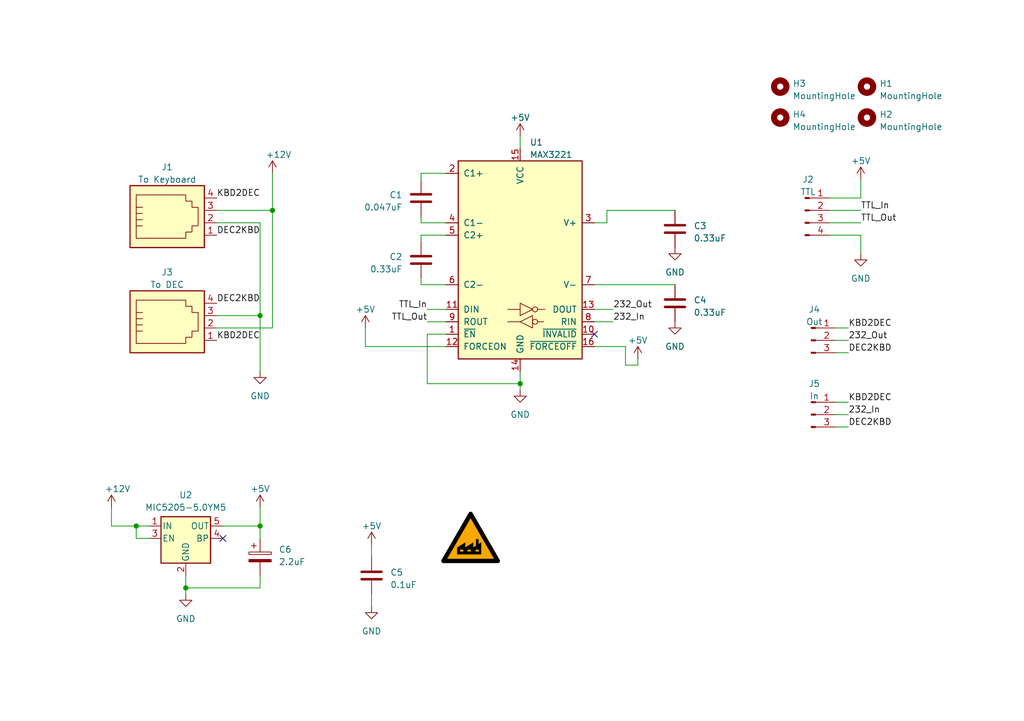
<source format=kicad_sch>
(kicad_sch (version 20230121) (generator eeschema)
  (paper "A5")
  (title_block (title "lk201 keyboard interface breakout") (company "wlcx industries"))
  (lib_symbols
    (symbol "Connector:Conn_01x03_Pin" (pin_names (offset 1.016) hide)
      (property "Reference" "J" (at 0 5.08 0))
      (property "Value" "Conn_01x03_Pin" (at 0 -5.08 0))
      (symbol "Conn_01x03_Pin_1_1"
        (polyline (pts (xy 1.27 -2.54) (xy 0.8636 -2.54)) (stroke (width 0.1524)))
        (polyline (pts (xy 1.27 0) (xy 0.8636 0)) (stroke (width 0.1524)))
        (polyline (pts (xy 1.27 2.54) (xy 0.8636 2.54)) (stroke (width 0.1524)))
        (rectangle (start 0.8636 -2.413) (end 0 -2.667) (stroke (width 0.1524)) (fill (type outline)))
        (rectangle (start 0.8636 0.127) (end 0 -0.127) (stroke (width 0.1524)) (fill (type outline)))
        (rectangle (start 0.8636 2.667) (end 0 2.413) (stroke (width 0.1524)) (fill (type outline)))
        (pin passive line (at 5.08 2.54 180) (length 3.81) (name "Pin_1") (number "1"))
        (pin passive line (at 5.08 0 180) (length 3.81) (name "Pin_2") (number "2"))
        (pin passive line (at 5.08 -2.54 180) (length 3.81) (name "Pin_3") (number "3"))
      )
    )
    (symbol "Connector:Conn_01x04_Pin" (pin_names (offset 1.016) hide)
      (property "Reference" "J" (at 0 5.08 0))
      (property "Value" "Conn_01x04_Pin" (at 0 -7.62 0))
      (symbol "Conn_01x04_Pin_1_1"
        (polyline (pts (xy 1.27 -5.08) (xy 0.8636 -5.08)) (stroke (width 0.1524)))
        (polyline (pts (xy 1.27 -2.54) (xy 0.8636 -2.54)) (stroke (width 0.1524)))
        (polyline (pts (xy 1.27 0) (xy 0.8636 0)) (stroke (width 0.1524)))
        (polyline (pts (xy 1.27 2.54) (xy 0.8636 2.54)) (stroke (width 0.1524)))
        (rectangle (start 0.8636 -4.953) (end 0 -5.207) (stroke (width 0.1524)) (fill (type outline)))
        (rectangle (start 0.8636 -2.413) (end 0 -2.667) (stroke (width 0.1524)) (fill (type outline)))
        (rectangle (start 0.8636 0.127) (end 0 -0.127) (stroke (width 0.1524)) (fill (type outline)))
        (rectangle (start 0.8636 2.667) (end 0 2.413) (stroke (width 0.1524)) (fill (type outline)))
        (pin passive line (at 5.08 2.54 180) (length 3.81) (name "Pin_1") (number "1"))
        (pin passive line (at 5.08 0 180) (length 3.81) (name "Pin_2") (number "2"))
        (pin passive line (at 5.08 -2.54 180) (length 3.81) (name "Pin_3") (number "3"))
        (pin passive line (at 5.08 -5.08 180) (length 3.81) (name "Pin_4") (number "4"))
      )
    )
    (symbol "Connector:RJ10" (pin_names (offset 1.016))
      (property "Reference" "J" (at -5.08 8.89 0))
      (property "Value" "RJ10" (at 2.54 8.89 0))
      (symbol "RJ10_0_1"
        (polyline (pts (xy -6.35 -0.635) (xy -5.08 -0.635) (xy -5.08 -0.635)))
        (polyline (pts (xy -6.35 0.635) (xy -5.08 0.635) (xy -5.08 0.635)))
        (polyline (pts (xy -6.35 1.905) (xy -5.08 1.905) (xy -5.08 1.905)))
        (polyline (pts (xy -6.35 3.175) (xy -5.08 3.175) (xy -5.08 3.175)))
        (polyline (pts (xy -6.35 -3.175) (xy -6.35 5.715) (xy -1.27 5.715) (xy 3.81 5.715) (xy 3.81 4.445) (xy 5.08 4.445) (xy 5.08 3.175) (xy 6.35 3.175) (xy 6.35 -0.635) (xy 5.08 -0.635) (xy 5.08 -1.905) (xy 3.81 -1.905) (xy 3.81 -3.175) (xy -6.35 -3.175) (xy -6.35 -3.175)))
        (rectangle (start 7.62 7.62) (end -7.62 -5.08) (stroke (width 0.254)) (fill (type background)))
      )
      (symbol "RJ10_1_1"
        (pin passive line (at 10.16 -2.54 180) (length 2.54) (name "~") (number "1"))
        (pin passive line (at 10.16 0 180) (length 2.54) (name "~") (number "2"))
        (pin passive line (at 10.16 2.54 180) (length 2.54) (name "~") (number "3"))
        (pin passive line (at 10.16 5.08 180) (length 2.54) (name "~") (number "4"))
      )
    )
    (symbol "Device:C" (pin_numbers hide) (pin_names (offset 0.254))
      (property "Reference" "C" (at 0.635 2.54 0))
      (property "Value" "C" (at 0.635 -2.54 0))
      (symbol "C_0_1"
        (polyline (pts (xy -2.032 -0.762) (xy 2.032 -0.762)) (stroke (width 0.508)))
        (polyline (pts (xy -2.032 0.762) (xy 2.032 0.762)) (stroke (width 0.508)))
      )
      (symbol "C_1_1"
        (pin passive line (at 0 3.81 270) (length 2.794) (name "~") (number "1"))
        (pin passive line (at 0 -3.81 90) (length 2.794) (name "~") (number "2"))
      )
    )
    (symbol "Device:C_Polarized" (pin_numbers hide) (pin_names (offset 0.254))
      (property "Reference" "C" (at 0.635 2.54 0))
      (property "Value" "C_Polarized" (at 0.635 -2.54 0))
      (symbol "C_Polarized_0_1"
        (rectangle (start -2.286 0.508) (end 2.286 1.016))
        (polyline (pts (xy -1.778 2.286) (xy -0.762 2.286)))
        (polyline (pts (xy -1.27 2.794) (xy -1.27 1.778)))
        (rectangle (start 2.286 -0.508) (end -2.286 -1.016) (fill (type outline)))
      )
      (symbol "C_Polarized_1_1"
        (pin passive line (at 0 3.81 270) (length 2.794) (name "~") (number "1"))
        (pin passive line (at 0 -3.81 90) (length 2.794) (name "~") (number "2"))
      )
    )
    (symbol "Interface_UART:MAX3221" (pin_names (offset 1.016))
      (property "Reference" "U" (at -10.16 21.59 0))
      (property "Value" "MAX3221" (at 12.7 21.59 0))
      (symbol "MAX3221_0_1"
        (rectangle (start -12.7 -20.32) (end 12.7 20.32) (stroke (width 0.254)) (fill (type background)))
        (polyline (pts (xy -2.54 -12.7) (xy 0 -12.7) (xy 0 -12.7)))
        (polyline (pts (xy -2.54 -10.16) (xy 0 -10.16) (xy 0 -10.16)))
        (polyline (pts (xy 3.556 -12.7) (xy 4.826 -12.7) (xy 4.826 -12.7)))
        (polyline (pts (xy 3.556 -10.16) (xy 5.08 -10.16) (xy 5.08 -10.16)))
        (polyline (pts (xy 2.54 -11.43) (xy 2.54 -13.97) (xy 0 -12.7) (xy 2.54 -11.43) (xy 2.54 -11.43)))
        (polyline (pts (xy 0 -11.43) (xy 0 -8.89) (xy 2.54 -10.16) (xy 0 -11.43) (xy 0 -11.43) (xy 0 -11.43)))
        (circle (center 3.048 -12.7) (radius 0.508))
        (circle (center 3.048 -10.16) (radius 0.508))
      )
      (symbol "MAX3221_1_1"
        (pin input line (at -15.24 -15.24 0) (length 2.54) (name "~{EN}") (number "1"))
        (pin output line (at 15.24 -15.24 180) (length 2.54) (name "~{INVALID}") (number "10"))
        (pin input line (at -15.24 -10.16 0) (length 2.54) (name "DIN") (number "11"))
        (pin input line (at -15.24 -17.78 0) (length 2.54) (name "FORCEON") (number "12"))
        (pin output line (at 15.24 -10.16 180) (length 2.54) (name "DOUT") (number "13"))
        (pin power_in line (at 0 -22.86 90) (length 2.54) (name "GND") (number "14"))
        (pin power_in line (at 0 22.86 270) (length 2.54) (name "VCC") (number "15"))
        (pin input line (at 15.24 -17.78 180) (length 2.54) (name "~{FORCEOFF}") (number "16"))
        (pin passive line (at -15.24 17.78 0) (length 2.54) (name "C1+") (number "2"))
        (pin power_out line (at 15.24 7.62 180) (length 2.54) (name "V+") (number "3"))
        (pin passive line (at -15.24 7.62 0) (length 2.54) (name "C1-") (number "4"))
        (pin passive line (at -15.24 5.08 0) (length 2.54) (name "C2+") (number "5"))
        (pin passive line (at -15.24 -5.08 0) (length 2.54) (name "C2-") (number "6"))
        (pin power_out line (at 15.24 -5.08 180) (length 2.54) (name "V-") (number "7"))
        (pin input line (at 15.24 -12.7 180) (length 2.54) (name "RIN") (number "8"))
        (pin output line (at -15.24 -12.7 0) (length 2.54) (name "ROUT") (number "9"))
      )
    )
    (symbol "Mechanical:MountingHole" (pin_names (offset 1.016))
      (property "Reference" "H" (at 0 5.08 0))
      (property "Value" "MountingHole" (at 0 3.175 0))
      (symbol "MountingHole_0_1"
        (circle (center 0 0) (radius 1.27) (stroke (width 1.27)))
      )
    )
    (symbol "Regulator_Linear:MIC5205-5.0YM5" (pin_names (offset 0.254))
      (property "Reference" "U" (at -3.81 5.715 0))
      (property "Value" "MIC5205-5.0YM5" (at 0 5.715 0))
      (symbol "MIC5205-5.0YM5_0_1"
        (rectangle (start -5.08 4.445) (end 5.08 -5.08) (stroke (width 0.254)) (fill (type background)))
      )
      (symbol "MIC5205-5.0YM5_1_1"
        (pin power_in line (at -7.62 2.54 0) (length 2.54) (name "IN") (number "1"))
        (pin power_in line (at 0 -7.62 90) (length 2.54) (name "GND") (number "2"))
        (pin input line (at -7.62 0 0) (length 2.54) (name "EN") (number "3"))
        (pin input line (at 7.62 0 180) (length 2.54) (name "BP") (number "4"))
        (pin power_out line (at 7.62 2.54 180) (length 2.54) (name "OUT") (number "5"))
      )
    )
    (symbol "power:+12V" (power) (pin_names (offset 0))
      (property "Value" "+12V" (at 0 3.556 0))
      (symbol "+12V_0_1"
        (polyline (pts (xy -0.762 1.27) (xy 0 2.54)))
        (polyline (pts (xy 0 0) (xy 0 2.54)))
        (polyline (pts (xy 0 2.54) (xy 0.762 1.27)))
      )
      (symbol "+12V_1_1"
        (pin power_in line (at 0 0 90) (length 0) hide (name "+12V") (number "1"))
      )
    )
    (symbol "power:+5V" (power) (pin_names (offset 0))
      (property "Value" "+5V" (at 0 3.556 0))
      (symbol "+5V_0_1"
        (polyline (pts (xy -0.762 1.27) (xy 0 2.54)))
        (polyline (pts (xy 0 0) (xy 0 2.54)))
        (polyline (pts (xy 0 2.54) (xy 0.762 1.27)))
      )
      (symbol "+5V_1_1"
        (pin power_in line (at 0 0 90) (length 0) hide (name "+5V") (number "1"))
      )
    )
    (symbol "power:GND" (power) (pin_names (offset 0))
      (property "Value" "GND" (at 0 -3.81 0))
      (symbol "GND_0_1"
        (polyline (pts (xy 0 0) (xy 0 -1.27) (xy 1.27 -1.27) (xy 0 -2.54) (xy -1.27 -1.27) (xy 0 -1.27)))
      )
      (symbol "GND_1_1"
        (pin power_in line (at 0 0 270) (length 0) hide (name "GND") (number "1"))
      )
    )
  )
  (junction (at 55.88 43.18))
  (junction (at 38.1 120.65))
  (junction (at 53.34 107.95))
  (junction (at 53.34 64.77))
  (junction (at 106.68 78.74))
  (junction (at 27.94 107.95))
  (no_connect (at 121.92 68.58))
  (no_connect (at 45.72 110.49))
  (wire (pts (xy 171.45 69.85) (xy 173.99 69.85)))
  (wire (pts (xy 121.92 71.12) (xy 128.27 71.12)))
  (wire (pts (xy 176.53 45.72) (xy 170.18 45.72)))
  (wire (pts (xy 106.68 78.74) (xy 106.68 80.01)))
  (wire (pts (xy 176.53 40.64) (xy 170.18 40.64)))
  (wire (pts (xy 124.46 45.72) (xy 124.46 43.18)))
  (wire (pts (xy 87.63 68.58) (xy 87.63 78.74)))
  (wire (pts (xy 53.34 64.77) (xy 53.34 76.2)))
  (wire (pts (xy 44.45 64.77) (xy 53.34 64.77)))
  (wire (pts (xy 171.45 87.63) (xy 173.99 87.63)))
  (wire (pts (xy 176.53 52.07) (xy 176.53 48.26)))
  (wire (pts (xy 53.34 120.65) (xy 38.1 120.65)))
  (wire (pts (xy 53.34 45.72) (xy 53.34 64.77)))
  (wire (pts (xy 44.45 45.72) (xy 53.34 45.72)))
  (wire (pts (xy 176.53 36.83) (xy 176.53 40.64)))
  (wire (pts (xy 76.2 111.76) (xy 76.2 114.3)))
  (wire (pts (xy 45.72 107.95) (xy 53.34 107.95)))
  (wire (pts (xy 128.27 71.12) (xy 128.27 74.93)))
  (wire (pts (xy 55.88 43.18) (xy 55.88 67.31)))
  (wire (pts (xy 171.45 67.31) (xy 173.99 67.31)))
  (wire (pts (xy 86.36 36.83) (xy 86.36 35.56)))
  (wire (pts (xy 86.36 45.72) (xy 86.36 44.45)))
  (wire (pts (xy 125.73 63.5) (xy 121.92 63.5)))
  (wire (pts (xy 86.36 49.53) (xy 86.36 48.26)))
  (wire (pts (xy 130.81 74.93) (xy 130.81 73.66)))
  (wire (pts (xy 55.88 43.18) (xy 55.88 35.56)))
  (wire (pts (xy 121.92 66.04) (xy 125.73 66.04)))
  (wire (pts (xy 27.94 110.49) (xy 27.94 107.95)))
  (wire (pts (xy 87.63 66.04) (xy 91.44 66.04)))
  (wire (pts (xy 22.86 104.14) (xy 22.86 107.95)))
  (wire (pts (xy 91.44 45.72) (xy 86.36 45.72)))
  (wire (pts (xy 106.68 27.94) (xy 106.68 30.48)))
  (wire (pts (xy 38.1 118.11) (xy 38.1 120.65)))
  (wire (pts (xy 55.88 67.31) (xy 44.45 67.31)))
  (wire (pts (xy 74.93 71.12) (xy 91.44 71.12)))
  (wire (pts (xy 87.63 63.5) (xy 91.44 63.5)))
  (wire (pts (xy 171.45 85.09) (xy 173.99 85.09)))
  (wire (pts (xy 176.53 43.18) (xy 170.18 43.18)))
  (wire (pts (xy 22.86 107.95) (xy 27.94 107.95)))
  (wire (pts (xy 86.36 58.42) (xy 91.44 58.42)))
  (wire (pts (xy 176.53 48.26) (xy 170.18 48.26)))
  (wire (pts (xy 86.36 48.26) (xy 91.44 48.26)))
  (wire (pts (xy 121.92 58.42) (xy 138.43 58.42)))
  (wire (pts (xy 121.92 45.72) (xy 124.46 45.72)))
  (wire (pts (xy 124.46 43.18) (xy 138.43 43.18)))
  (wire (pts (xy 171.45 72.39) (xy 173.99 72.39)))
  (wire (pts (xy 53.34 107.95) (xy 53.34 104.14)))
  (wire (pts (xy 128.27 74.93) (xy 130.81 74.93)))
  (wire (pts (xy 53.34 110.49) (xy 53.34 107.95)))
  (wire (pts (xy 91.44 68.58) (xy 87.63 68.58)))
  (wire (pts (xy 87.63 78.74) (xy 106.68 78.74)))
  (wire (pts (xy 74.93 67.31) (xy 74.93 71.12)))
  (wire (pts (xy 86.36 35.56) (xy 91.44 35.56)))
  (wire (pts (xy 27.94 107.95) (xy 30.48 107.95)))
  (wire (pts (xy 44.45 43.18) (xy 55.88 43.18)))
  (wire (pts (xy 171.45 82.55) (xy 173.99 82.55)))
  (wire (pts (xy 30.48 110.49) (xy 27.94 110.49)))
  (wire (pts (xy 86.36 57.15) (xy 86.36 58.42)))
  (wire (pts (xy 53.34 118.11) (xy 53.34 120.65)))
  (wire (pts (xy 106.68 76.2) (xy 106.68 78.74)))
  (wire (pts (xy 38.1 120.65) (xy 38.1 121.92)))
  (wire (pts (xy 76.2 121.92) (xy 76.2 124.46)))
  (image (at 96.52 110.49) (scale 0.585029))
  (label "TTL_In" (at 87.63 63.5 180))
  (label "KBD2DEC" (at 44.45 40.64 0))
  (label "KBD2DEC" (at 173.99 67.31 0))
  (label "232_In" (at 125.73 66.04 0))
  (label "232_Out" (at 125.73 63.5 0))
  (label "232_Out" (at 173.99 69.85 0))
  (label "KBD2DEC" (at 44.45 69.85 0))
  (label "232_In" (at 173.99 85.09 0))
  (label "DEC2KBD" (at 173.99 72.39 0))
  (label "DEC2KBD" (at 44.45 48.26 0))
  (label "TTL_Out" (at 87.63 66.04 180))
  (label "DEC2KBD" (at 44.45 62.23 0))
  (label "KBD2DEC" (at 173.99 82.55 0))
  (label "TTL_In" (at 176.53 43.18 0))
  (label "DEC2KBD" (at 173.99 87.63 0))
  (label "TTL_Out" (at 176.53 45.72 0))
  (symbol (lib_id "Device:C") (at 138.43 46.99 0) (mirror y) (unit 1)
    (property "Reference" "C3" (at 142.24 46.355 0) (effects (justify right)))
    (property "Value" "0.33uF" (at 142.24 48.895 0) (effects (justify right)))
    (property "Footprint" "Capacitor_SMD:C_0805_2012Metric_Pad1.18x1.45mm_HandSolder" (effects hide))
  )
  (symbol (lib_id "Regulator_Linear:MIC5205-5.0YM5") (at 38.1 110.49 0) (unit 1)
    (property "Reference" "U2" (at 38.1 101.6 0))
    (property "Value" "MIC5205-5.0YM5" (at 38.1 104.14 0))
    (property "Footprint" "Package_TO_SOT_SMD:SOT-23-5" (effects hide))
    (property "Datasheet" "http://ww1.microchip.com/downloads/en/DeviceDoc/20005785A.pdf" (effects hide))
  )
  (symbol (lib_id "Connector:RJ10") (at 34.29 45.72 0) (unit 1)
    (property "Reference" "J1" (at 34.29 34.29 0))
    (property "Value" "To Keyboard" (at 34.29 36.83 0))
    (property "Footprint" "lk201_breakout:Wurth_WR-MJ_4p4c_rj10_615004143821" (effects hide))
  )
  (symbol (lib_id "Mechanical:MountingHole") (at 177.8 24.13 0) (unit 1)
    (property "Reference" "H2" (at 180.34 23.495 0) (effects (justify left)))
    (property "Value" "MountingHole" (at 180.34 26.035 0) (effects (justify left)))
    (property "Footprint" "MountingHole:MountingHole_3.2mm_M3_DIN965_Pad_TopBottom" (effects hide))
  )
  (symbol (lib_id "Mechanical:MountingHole") (at 160.02 24.13 0) (unit 1)
    (property "Reference" "H4" (at 162.56 23.495 0) (effects (justify left)))
    (property "Value" "MountingHole" (at 162.56 26.035 0) (effects (justify left)))
    (property "Footprint" "MountingHole:MountingHole_3.2mm_M3_DIN965_Pad_TopBottom" (effects hide))
  )
  (symbol (lib_id "Mechanical:MountingHole") (at 177.8 17.78 0) (unit 1)
    (property "Reference" "H1" (at 180.34 17.145 0) (effects (justify left)))
    (property "Value" "MountingHole" (at 180.34 19.685 0) (effects (justify left)))
    (property "Footprint" "MountingHole:MountingHole_3.2mm_M3_DIN965_Pad_TopBottom" (effects hide))
  )
  (symbol (lib_id "power:+5V") (at 130.81 73.66 0) (unit 1)
    (property "Reference" "#PWR012" (effects hide))
    (property "Value" "+5V" (at 130.81 69.85 0))
  )
  (symbol (lib_id "power:GND") (at 76.2 124.46 0) (unit 1)
    (property "Reference" "#PWR010" (effects hide))
    (property "Value" "GND" (at 76.2 129.54 0))
  )
  (symbol (lib_id "Device:C") (at 86.36 53.34 0) (unit 1)
    (property "Reference" "C2" (at 82.55 52.705 0) (effects (justify right)))
    (property "Value" "0.33uF" (at 82.55 55.245 0) (effects (justify right)))
    (property "Footprint" "Capacitor_SMD:C_0805_2012Metric_Pad1.18x1.45mm_HandSolder" (effects hide))
  )
  (symbol (lib_id "power:+12V") (at 55.88 35.56 0) (unit 1)
    (property "Reference" "#PWR01" (effects hide))
    (property "Value" "+12V" (at 57.15 31.75 0))
  )
  (symbol (lib_id "Connector:RJ10") (at 34.29 67.31 0) (unit 1)
    (property "Reference" "J3" (at 34.29 55.88 0))
    (property "Value" "To DEC" (at 34.29 58.42 0))
    (property "Footprint" "lk201_breakout:Wurth_WR-MJ_4p4c_rj10_615004143821" (effects hide))
  )
  (symbol (lib_id "Device:C_Polarized") (at 53.34 114.3 0) (unit 1)
    (property "Reference" "C6" (at 57.15 112.776 0) (effects (justify left)))
    (property "Value" "2.2uF" (at 57.15 115.316 0) (effects (justify left)))
    (property "Footprint" "Capacitor_Tantalum_SMD:CP_EIA-1608-10_AVX-L_Pad1.25x1.05mm_HandSolder" (effects hide))
  )
  (symbol (lib_id "Mechanical:MountingHole") (at 160.02 17.78 0) (unit 1)
    (property "Reference" "H3" (at 162.56 17.145 0) (effects (justify left)))
    (property "Value" "MountingHole" (at 162.56 19.685 0) (effects (justify left)))
    (property "Footprint" "MountingHole:MountingHole_3.2mm_M3_DIN965_Pad_TopBottom" (effects hide))
  )
  (symbol (lib_id "power:+5V") (at 74.93 67.31 0) (unit 1)
    (property "Reference" "#PWR011" (effects hide))
    (property "Value" "+5V" (at 74.93 63.5 0))
  )
  (symbol (lib_id "power:GND") (at 106.68 80.01 0) (unit 1)
    (property "Reference" "#PWR03" (effects hide))
    (property "Value" "GND" (at 106.68 85.09 0))
  )
  (symbol (lib_id "power:+5V") (at 176.53 36.83 0) (mirror y) (unit 1)
    (property "Reference" "#PWR07" (effects hide))
    (property "Value" "+5V" (at 176.53 33.02 0))
  )
  (symbol (lib_id "Device:C") (at 76.2 118.11 0) (unit 1)
    (property "Reference" "C5" (at 80.01 117.475 0) (effects (justify left)))
    (property "Value" "0.1uF" (at 80.01 120.015 0) (effects (justify left)))
    (property "Footprint" "Capacitor_SMD:C_0805_2012Metric_Pad1.18x1.45mm_HandSolder" (effects hide))
  )
  (symbol (lib_id "power:+5V") (at 106.68 27.94 0) (unit 1)
    (property "Reference" "#PWR08" (effects hide))
    (property "Value" "+5V" (at 106.68 24.13 0))
  )
  (symbol (lib_id "power:+5V") (at 53.34 104.14 0) (unit 1)
    (property "Reference" "#PWR015" (effects hide))
    (property "Value" "+5V" (at 53.34 100.33 0))
  )
  (symbol (lib_id "Interface_UART:MAX3221") (at 106.68 53.34 0) (unit 1)
    (property "Reference" "U1" (at 108.6359 29.21 0) (effects (justify left)))
    (property "Value" "MAX3221" (at 108.6359 31.75 0) (effects (justify left)))
    (property "Footprint" "Package_SO:TSSOP-16_4.4x5mm_P0.65mm" (effects hide))
    (property "Datasheet" "http://www.ti.com/lit/ds/symlink/max3221.pdf" (effects hide))
  )
  (symbol (lib_id "Device:C") (at 138.43 62.23 0) (mirror y) (unit 1)
    (property "Reference" "C4" (at 142.24 61.595 0) (effects (justify right)))
    (property "Value" "0.33uF" (at 142.24 64.135 0) (effects (justify right)))
    (property "Footprint" "Capacitor_SMD:C_0805_2012Metric_Pad1.18x1.45mm_HandSolder" (effects hide))
  )
  (symbol (lib_id "Device:C") (at 86.36 40.64 0) (unit 1)
    (property "Reference" "C1" (at 82.55 40.005 0) (effects (justify right)))
    (property "Value" "0.047uF" (at 82.55 42.545 0) (effects (justify right)))
    (property "Footprint" "Capacitor_SMD:C_0805_2012Metric_Pad1.18x1.45mm_HandSolder" (effects hide))
  )
  (symbol (lib_id "power:GND") (at 53.34 76.2 0) (unit 1)
    (property "Reference" "#PWR02" (effects hide))
    (property "Value" "GND" (at 53.34 81.28 0))
  )
  (symbol (lib_id "Connector:Conn_01x03_Pin") (at 166.37 69.85 0) (unit 1)
    (property "Reference" "J4" (at 167.005 63.5 0))
    (property "Value" "Out" (at 167.005 66.04 0))
    (property "Footprint" "Connector_PinHeader_2.54mm:PinHeader_1x03_P2.54mm_Vertical" (effects hide))
  )
  (symbol (lib_id "power:GND") (at 176.53 52.07 0) (mirror y) (unit 1)
    (property "Reference" "#PWR06" (effects hide))
    (property "Value" "GND" (at 176.53 57.15 0))
  )
  (symbol (lib_id "power:+5V") (at 76.2 111.76 0) (unit 1)
    (property "Reference" "#PWR09" (effects hide))
    (property "Value" "+5V" (at 76.2 107.95 0))
  )
  (symbol (lib_id "power:GND") (at 138.43 66.04 0) (unit 1)
    (property "Reference" "#PWR05" (effects hide))
    (property "Value" "GND" (at 138.43 71.12 0))
  )
  (symbol (lib_id "power:+12V") (at 22.86 104.14 0) (unit 1)
    (property "Reference" "#PWR013" (effects hide))
    (property "Value" "+12V" (at 24.13 100.33 0))
  )
  (symbol (lib_id "power:GND") (at 138.43 50.8 0) (unit 1)
    (property "Reference" "#PWR04" (effects hide))
    (property "Value" "GND" (at 138.43 55.88 0))
  )
  (symbol (lib_id "power:GND") (at 38.1 121.92 0) (unit 1)
    (property "Reference" "#PWR014" (effects hide))
    (property "Value" "GND" (at 38.1 127 0))
  )
  (symbol (lib_id "Connector:Conn_01x04_Pin") (at 165.1 43.18 0) (unit 1)
    (property "Reference" "J2" (at 165.735 36.83 0))
    (property "Value" "TTL" (at 165.735 39.37 0))
    (property "Footprint" "Connector_PinHeader_2.54mm:PinHeader_1x04_P2.54mm_Vertical" (effects hide))
  )
  (symbol (lib_id "Connector:Conn_01x03_Pin") (at 166.37 85.09 0) (unit 1)
    (property "Reference" "J5" (at 167.005 78.74 0))
    (property "Value" "In" (at 167.005 81.28 0))
    (property "Footprint" "Connector_PinHeader_2.54mm:PinHeader_1x03_P2.54mm_Vertical" (effects hide))
  )
)
</source>
